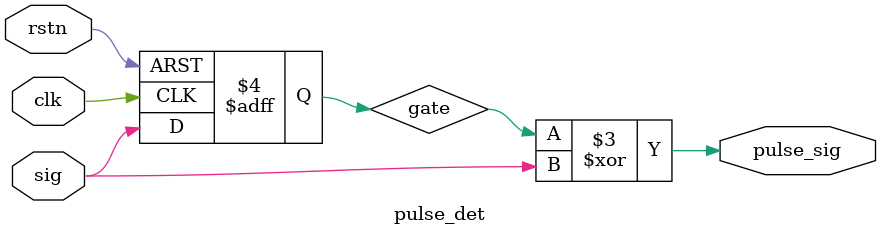
<source format=sv>
/*
Design for pulse generator. Takes an input sample and generates a corresponding pulse based on whether Rising edge, Falling edge or Either edge functionality 
is selected via relevant defines. Exact same logic cane be used in edge detection applications.
*/
module pulse_det (
  					input  logic sig,
  					input  logic clk,
  					input  logic rstn,
  					output logic pulse_sig
				  );
  
logic gate;
  
always_ff @ (posedge clk or negedge rstn) begin
    if (~rstn)
       gate <= 0;
    else 
       gate <= sig;
end
 
`ifdef RISING_PULSE_DET
        assign pulse_sig = ~gate & sig;
`elsif FALLING_PULSE_DET
        assign pulse_sig = gate & ~sig;
`else
	assign pulse_sig = gate ^ sig;
`endif
  
endmodule
</source>
